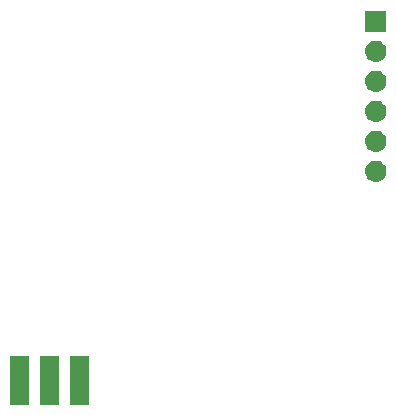
<source format=gbs>
G04 #@! TF.GenerationSoftware,KiCad,Pcbnew,(5.1.4)-1*
G04 #@! TF.CreationDate,2019-11-25T22:35:39+01:00*
G04 #@! TF.ProjectId,BME680,424d4536-3830-42e6-9b69-6361645f7063,A*
G04 #@! TF.SameCoordinates,Original*
G04 #@! TF.FileFunction,Soldermask,Bot*
G04 #@! TF.FilePolarity,Negative*
%FSLAX46Y46*%
G04 Gerber Fmt 4.6, Leading zero omitted, Abs format (unit mm)*
G04 Created by KiCad (PCBNEW (5.1.4)-1) date 2019-11-25 22:35:39*
%MOMM*%
%LPD*%
G04 APERTURE LIST*
%ADD10C,0.100000*%
G04 APERTURE END LIST*
D10*
G36*
X123313000Y-141219000D02*
G01*
X121687000Y-141219000D01*
X121687000Y-137117000D01*
X123313000Y-137117000D01*
X123313000Y-141219000D01*
X123313000Y-141219000D01*
G37*
G36*
X125853000Y-141219000D02*
G01*
X124227000Y-141219000D01*
X124227000Y-137117000D01*
X125853000Y-137117000D01*
X125853000Y-141219000D01*
X125853000Y-141219000D01*
G37*
G36*
X120773000Y-141219000D02*
G01*
X119147000Y-141219000D01*
X119147000Y-137117000D01*
X120773000Y-137117000D01*
X120773000Y-141219000D01*
X120773000Y-141219000D01*
G37*
G36*
X150210442Y-120575118D02*
G01*
X150276627Y-120581637D01*
X150446466Y-120633157D01*
X150602991Y-120716822D01*
X150638729Y-120746152D01*
X150740186Y-120829414D01*
X150823448Y-120930871D01*
X150852778Y-120966609D01*
X150936443Y-121123134D01*
X150987963Y-121292973D01*
X151005359Y-121469600D01*
X150987963Y-121646227D01*
X150936443Y-121816066D01*
X150852778Y-121972591D01*
X150823448Y-122008329D01*
X150740186Y-122109786D01*
X150638729Y-122193048D01*
X150602991Y-122222378D01*
X150446466Y-122306043D01*
X150276627Y-122357563D01*
X150210442Y-122364082D01*
X150144260Y-122370600D01*
X150055740Y-122370600D01*
X149989558Y-122364082D01*
X149923373Y-122357563D01*
X149753534Y-122306043D01*
X149597009Y-122222378D01*
X149561271Y-122193048D01*
X149459814Y-122109786D01*
X149376552Y-122008329D01*
X149347222Y-121972591D01*
X149263557Y-121816066D01*
X149212037Y-121646227D01*
X149194641Y-121469600D01*
X149212037Y-121292973D01*
X149263557Y-121123134D01*
X149347222Y-120966609D01*
X149376552Y-120930871D01*
X149459814Y-120829414D01*
X149561271Y-120746152D01*
X149597009Y-120716822D01*
X149753534Y-120633157D01*
X149923373Y-120581637D01*
X149989558Y-120575118D01*
X150055740Y-120568600D01*
X150144260Y-120568600D01*
X150210442Y-120575118D01*
X150210442Y-120575118D01*
G37*
G36*
X150210443Y-118035119D02*
G01*
X150276627Y-118041637D01*
X150446466Y-118093157D01*
X150602991Y-118176822D01*
X150638729Y-118206152D01*
X150740186Y-118289414D01*
X150823448Y-118390871D01*
X150852778Y-118426609D01*
X150936443Y-118583134D01*
X150987963Y-118752973D01*
X151005359Y-118929600D01*
X150987963Y-119106227D01*
X150936443Y-119276066D01*
X150852778Y-119432591D01*
X150823448Y-119468329D01*
X150740186Y-119569786D01*
X150638729Y-119653048D01*
X150602991Y-119682378D01*
X150446466Y-119766043D01*
X150276627Y-119817563D01*
X150210442Y-119824082D01*
X150144260Y-119830600D01*
X150055740Y-119830600D01*
X149989558Y-119824082D01*
X149923373Y-119817563D01*
X149753534Y-119766043D01*
X149597009Y-119682378D01*
X149561271Y-119653048D01*
X149459814Y-119569786D01*
X149376552Y-119468329D01*
X149347222Y-119432591D01*
X149263557Y-119276066D01*
X149212037Y-119106227D01*
X149194641Y-118929600D01*
X149212037Y-118752973D01*
X149263557Y-118583134D01*
X149347222Y-118426609D01*
X149376552Y-118390871D01*
X149459814Y-118289414D01*
X149561271Y-118206152D01*
X149597009Y-118176822D01*
X149753534Y-118093157D01*
X149923373Y-118041637D01*
X149989557Y-118035119D01*
X150055740Y-118028600D01*
X150144260Y-118028600D01*
X150210443Y-118035119D01*
X150210443Y-118035119D01*
G37*
G36*
X150210443Y-115495119D02*
G01*
X150276627Y-115501637D01*
X150446466Y-115553157D01*
X150602991Y-115636822D01*
X150638729Y-115666152D01*
X150740186Y-115749414D01*
X150823448Y-115850871D01*
X150852778Y-115886609D01*
X150936443Y-116043134D01*
X150987963Y-116212973D01*
X151005359Y-116389600D01*
X150987963Y-116566227D01*
X150936443Y-116736066D01*
X150852778Y-116892591D01*
X150823448Y-116928329D01*
X150740186Y-117029786D01*
X150638729Y-117113048D01*
X150602991Y-117142378D01*
X150446466Y-117226043D01*
X150276627Y-117277563D01*
X150210443Y-117284081D01*
X150144260Y-117290600D01*
X150055740Y-117290600D01*
X149989557Y-117284081D01*
X149923373Y-117277563D01*
X149753534Y-117226043D01*
X149597009Y-117142378D01*
X149561271Y-117113048D01*
X149459814Y-117029786D01*
X149376552Y-116928329D01*
X149347222Y-116892591D01*
X149263557Y-116736066D01*
X149212037Y-116566227D01*
X149194641Y-116389600D01*
X149212037Y-116212973D01*
X149263557Y-116043134D01*
X149347222Y-115886609D01*
X149376552Y-115850871D01*
X149459814Y-115749414D01*
X149561271Y-115666152D01*
X149597009Y-115636822D01*
X149753534Y-115553157D01*
X149923373Y-115501637D01*
X149989557Y-115495119D01*
X150055740Y-115488600D01*
X150144260Y-115488600D01*
X150210443Y-115495119D01*
X150210443Y-115495119D01*
G37*
G36*
X150210443Y-112955119D02*
G01*
X150276627Y-112961637D01*
X150446466Y-113013157D01*
X150602991Y-113096822D01*
X150638729Y-113126152D01*
X150740186Y-113209414D01*
X150823448Y-113310871D01*
X150852778Y-113346609D01*
X150936443Y-113503134D01*
X150987963Y-113672973D01*
X151005359Y-113849600D01*
X150987963Y-114026227D01*
X150936443Y-114196066D01*
X150852778Y-114352591D01*
X150823448Y-114388329D01*
X150740186Y-114489786D01*
X150638729Y-114573048D01*
X150602991Y-114602378D01*
X150446466Y-114686043D01*
X150276627Y-114737563D01*
X150210443Y-114744081D01*
X150144260Y-114750600D01*
X150055740Y-114750600D01*
X149989557Y-114744081D01*
X149923373Y-114737563D01*
X149753534Y-114686043D01*
X149597009Y-114602378D01*
X149561271Y-114573048D01*
X149459814Y-114489786D01*
X149376552Y-114388329D01*
X149347222Y-114352591D01*
X149263557Y-114196066D01*
X149212037Y-114026227D01*
X149194641Y-113849600D01*
X149212037Y-113672973D01*
X149263557Y-113503134D01*
X149347222Y-113346609D01*
X149376552Y-113310871D01*
X149459814Y-113209414D01*
X149561271Y-113126152D01*
X149597009Y-113096822D01*
X149753534Y-113013157D01*
X149923373Y-112961637D01*
X149989557Y-112955119D01*
X150055740Y-112948600D01*
X150144260Y-112948600D01*
X150210443Y-112955119D01*
X150210443Y-112955119D01*
G37*
G36*
X150210443Y-110415119D02*
G01*
X150276627Y-110421637D01*
X150446466Y-110473157D01*
X150602991Y-110556822D01*
X150638729Y-110586152D01*
X150740186Y-110669414D01*
X150823448Y-110770871D01*
X150852778Y-110806609D01*
X150936443Y-110963134D01*
X150987963Y-111132973D01*
X151005359Y-111309600D01*
X150987963Y-111486227D01*
X150936443Y-111656066D01*
X150852778Y-111812591D01*
X150823448Y-111848329D01*
X150740186Y-111949786D01*
X150638729Y-112033048D01*
X150602991Y-112062378D01*
X150446466Y-112146043D01*
X150276627Y-112197563D01*
X150210443Y-112204081D01*
X150144260Y-112210600D01*
X150055740Y-112210600D01*
X149989557Y-112204081D01*
X149923373Y-112197563D01*
X149753534Y-112146043D01*
X149597009Y-112062378D01*
X149561271Y-112033048D01*
X149459814Y-111949786D01*
X149376552Y-111848329D01*
X149347222Y-111812591D01*
X149263557Y-111656066D01*
X149212037Y-111486227D01*
X149194641Y-111309600D01*
X149212037Y-111132973D01*
X149263557Y-110963134D01*
X149347222Y-110806609D01*
X149376552Y-110770871D01*
X149459814Y-110669414D01*
X149561271Y-110586152D01*
X149597009Y-110556822D01*
X149753534Y-110473157D01*
X149923373Y-110421637D01*
X149989557Y-110415119D01*
X150055740Y-110408600D01*
X150144260Y-110408600D01*
X150210443Y-110415119D01*
X150210443Y-110415119D01*
G37*
G36*
X151001000Y-109670600D02*
G01*
X149199000Y-109670600D01*
X149199000Y-107868600D01*
X151001000Y-107868600D01*
X151001000Y-109670600D01*
X151001000Y-109670600D01*
G37*
M02*

</source>
